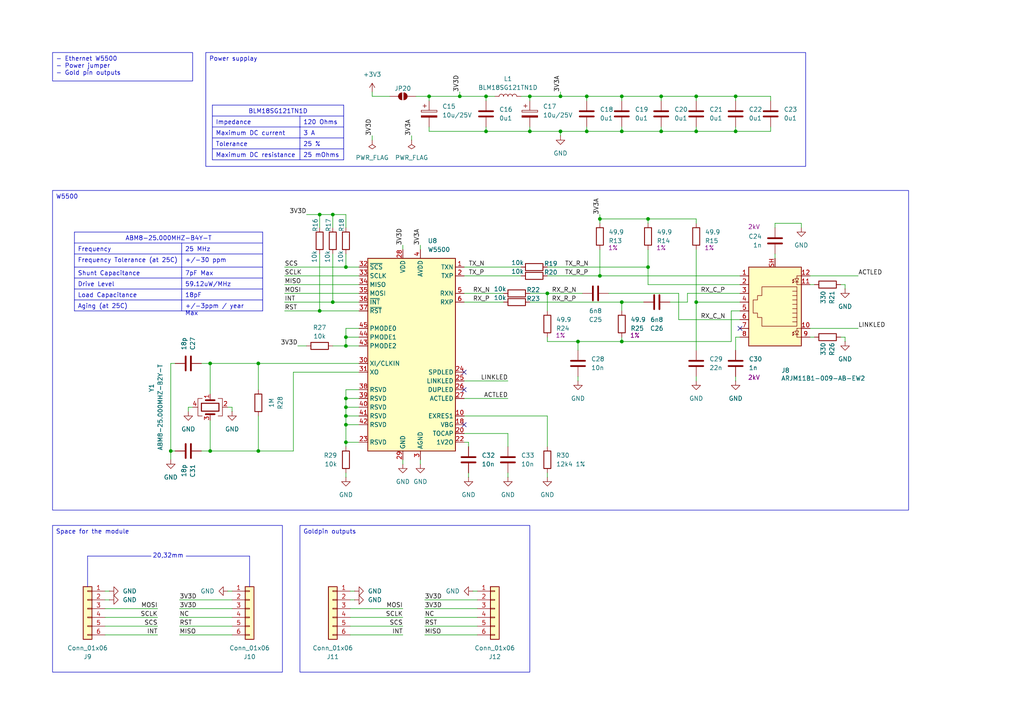
<source format=kicad_sch>
(kicad_sch (version 20250114) (generator "eeschema") (generator_version "9.0")
  (paper "A4")
  (title_block (title "Ethernet") (date "2026-01-16") (rev "0.0.2") (company "KN NaMi"))
  (lib_symbols
    (symbol "Connector:RJ45_LED_Shielded" (pin_names (offset 1.016))
      (property "Reference" "J" (at -5.08 13.97 0))
      (property "Value" "RJ45_LED_Shielded" (at 1.27 13.97 0))
      (symbol "RJ45_LED_Shielded_1_1"
        (pin passive line (at -10.16 10.16 0) (length 2.54) (name "~") (number "9"))
        (pin passive line (at -10.16 7.62 0) (length 2.54) (name "~") (number "10"))
        (pin passive line (at -10.16 -5.08 0) (length 2.54) (name "~") (number "11"))
        (pin passive line (at -10.16 -7.62 0) (length 2.54) (name "~") (number "12"))
        (pin passive line (at 0 -12.7 90) (length 2.54) (name "~") (number "SH"))
        (pin passive line (at 10.16 10.16 180) (length 2.54) (name "~") (number "8"))
        (pin passive line (at 10.16 7.62 180) (length 2.54) (name "~") (number "7"))
        (pin passive line (at 10.16 5.08 180) (length 2.54) (name "~") (number "6"))
        (pin passive line (at 10.16 2.54 180) (length 2.54) (name "~") (number "5"))
        (pin passive line (at 10.16 0 180) (length 2.54) (name "~") (number "4"))
        (pin passive line (at 10.16 -2.54 180) (length 2.54) (name "~") (number "3"))
        (pin passive line (at 10.16 -5.08 180) (length 2.54) (name "~") (number "2"))
        (pin passive line (at 10.16 -7.62 180) (length 2.54) (name "~") (number "1"))
      )
    )
    (symbol "Connector_Generic:Conn_01x06" (pin_names (offset 1.016) (hide yes))
      (property "Reference" "J" (at 0 7.62 0))
      (property "Value" "Conn_01x06" (at 0 -10.16 0))
      (symbol "Conn_01x06_1_1"
        (pin passive line (at -5.08 5.08 0) (length 3.81) (name "Pin_1") (number "1"))
        (pin passive line (at -5.08 2.54 0) (length 3.81) (name "Pin_2") (number "2"))
        (pin passive line (at -5.08 0 0) (length 3.81) (name "Pin_3") (number "3"))
        (pin passive line (at -5.08 -2.54 0) (length 3.81) (name "Pin_4") (number "4"))
        (pin passive line (at -5.08 -5.08 0) (length 3.81) (name "Pin_5") (number "5"))
        (pin passive line (at -5.08 -7.62 0) (length 3.81) (name "Pin_6") (number "6"))
      )
    )
    (symbol "Device:C" (pin_numbers (hide yes)) (pin_names (offset 0.254))
      (property "Reference" "C" (at 0.635 2.54 0))
      (property "Value" "C" (at 0.635 -2.54 0))
      (symbol "C_1_1"
        (pin passive line (at 0 3.81 270) (length 2.794) (name "~") (number "1"))
        (pin passive line (at 0 -3.81 90) (length 2.794) (name "~") (number "2"))
      )
    )
    (symbol "Device:C_Polarized" (pin_numbers (hide yes)) (pin_names (offset 0.254))
      (property "Reference" "C" (at 0.635 2.54 0))
      (property "Value" "C_Polarized" (at 0.635 -2.54 0))
      (symbol "C_Polarized_1_1"
        (pin passive line (at 0 3.81 270) (length 2.794) (name "~") (number "1"))
        (pin passive line (at 0 -3.81 90) (length 2.794) (name "~") (number "2"))
      )
    )
    (symbol "Device:Crystal_GND24" (pin_names (offset 1.016) (hide yes))
      (property "Reference" "Y" (at 3.175 5.08 0))
      (property "Value" "Crystal_GND24" (at 3.175 3.175 0))
      (symbol "Crystal_GND24_1_1"
        (pin passive line (at -3.81 0 0) (length 1.27) (name "1") (number "1"))
        (pin passive line (at 0 5.08 270) (length 1.27) (name "2") (number "2"))
        (pin passive line (at 0 -5.08 90) (length 1.27) (name "4") (number "4"))
        (pin passive line (at 3.81 0 180) (length 1.27) (name "3") (number "3"))
      )
    )
    (symbol "Device:L" (pin_numbers (hide yes)) (pin_names (offset 1.016) (hide yes))
      (property "Reference" "L" (at -1.27 0 90))
      (property "Value" "L" (at 1.905 0 90))
      (symbol "L_1_1"
        (pin passive line (at 0 3.81 270) (length 1.27) (name "1") (number "1"))
        (pin passive line (at 0 -3.81 90) (length 1.27) (name "2") (number "2"))
      )
    )
    (symbol "Device:R" (pin_numbers (hide yes)) (pin_names (offset 0))
      (property "Reference" "R" (at 2.032 0 90))
      (property "Value" "R" (at 0 0 90))
      (symbol "R_1_1"
        (pin passive line (at 0 3.81 270) (length 1.27) (name "~") (number "1"))
        (pin passive line (at 0 -3.81 90) (length 1.27) (name "~") (number "2"))
      )
    )
    (symbol "Interface_Ethernet:W5500"
      (property "Reference" "U" (at -11.43 29.21 0))
      (property "Value" "W5500" (at 8.89 29.21 0))
      (symbol "W5500_1_1"
        (pin input line (at -15.24 25.4 0) (length 2.54) (name "~{SCS}") (number "32"))
        (pin input line (at -15.24 22.86 0) (length 2.54) (name "SCLK") (number "33"))
        (pin output line (at -15.24 20.32 0) (length 2.54) (name "MISO") (number "34"))
        (pin input line (at -15.24 17.78 0) (length 2.54) (name "MOSI") (number "35"))
        (pin input line (at -15.24 15.24 0) (length 2.54) (name "~{INT}") (number "36"))
        (pin input line (at -15.24 12.7 0) (length 2.54) (name "~{RST}") (number "37"))
        (pin input line (at -15.24 7.62 0) (length 2.54) (name "PMODE0") (number "45"))
        (pin input line (at -15.24 5.08 0) (length 2.54) (name "PMODE1") (number "44"))
        (pin input line (at -15.24 2.54 0) (length 2.54) (name "PMODE2") (number "43"))
        (pin input line (at -15.24 -2.54 0) (length 2.54) (name "XI/CLKIN") (number "30"))
        (pin output line (at -15.24 -5.08 0) (length 2.54) (name "XO") (number "31"))
        (pin input line (at -15.24 -10.16 0) (length 2.54) (name "RSVD") (number "38"))
        (pin input line (at -15.24 -12.7 0) (length 2.54) (name "RSVD") (number "39"))
        (pin input line (at -15.24 -15.24 0) (length 2.54) (name "RSVD") (number "40"))
        (pin input line (at -15.24 -17.78 0) (length 2.54) (name "RSVD") (number "41"))
        (pin input line (at -15.24 -20.32 0) (length 2.54) (name "RSVD") (number "42"))
        (pin input line (at -15.24 -25.4 0) (length 2.54) (name "RSVD") (number "23"))
        (pin power_in line (at -2.54 30.48 270) (length 2.54) (name "VDD") (number "28"))
        (pin power_in line (at -2.54 -30.48 90) (length 2.54) (name "GND") (number "29"))
        (pin passive line (at 2.54 30.48 270) (length 2.54) (hide yes) (name "AVDD") (number "11"))
        (pin passive line (at 2.54 30.48 270) (length 2.54) (hide yes) (name "AVDD") (number "15"))
        (pin passive line (at 2.54 30.48 270) (length 2.54) (hide yes) (name "AVDD") (number "17"))
        (pin passive line (at 2.54 30.48 270) (length 2.54) (hide yes) (name "AVDD") (number "21"))
        (pin power_in line (at 2.54 30.48 270) (length 2.54) (name "AVDD") (number "4"))
        (pin passive line (at 2.54 30.48 270) (length 2.54) (hide yes) (name "AVDD") (number "8"))
        (pin passive line (at 2.54 -30.48 90) (length 2.54) (hide yes) (name "AGND") (number "14"))
        (pin passive line (at 2.54 -30.48 90) (length 2.54) (hide yes) (name "AGND") (number "16"))
        (pin passive line (at 2.54 -30.48 90) (length 2.54) (hide yes) (name "AGND") (number "19"))
        (pin power_in line (at 2.54 -30.48 90) (length 2.54) (name "AGND") (number "3"))
        (pin passive line (at 2.54 -30.48 90) (length 2.54) (hide yes) (name "AGND") (number "48"))
        (pin passive line (at 2.54 -30.48 90) (length 2.54) (hide yes) (name "AGND") (number "9"))
        (pin no_connect line (at 12.7 10.16 180) (length 2.54) (hide yes) (name "DNC") (number "7"))
        (pin no_connect line (at 12.7 7.62 180) (length 2.54) (hide yes) (name "NC") (number "12"))
        (pin no_connect line (at 12.7 5.08 180) (length 2.54) (hide yes) (name "NC") (number "13"))
        (pin no_connect line (at 12.7 2.54 180) (length 2.54) (hide yes) (name "NC") (number "46"))
        (pin no_connect line (at 12.7 0 180) (length 2.54) (hide yes) (name "NC") (number "47"))
        (pin output line (at 15.24 25.4 180) (length 2.54) (name "TXN") (number "1"))
        (pin output line (at 15.24 22.86 180) (length 2.54) (name "TXP") (number "2"))
        (pin input line (at 15.24 17.78 180) (length 2.54) (name "RXN") (number "5"))
        (pin input line (at 15.24 15.24 180) (length 2.54) (name "RXP") (number "6"))
        (pin output line (at 15.24 -5.08 180) (length 2.54) (name "SPDLED") (number "24"))
        (pin output line (at 15.24 -7.62 180) (length 2.54) (name "LINKLED") (number "25"))
        (pin output line (at 15.24 -10.16 180) (length 2.54) (name "DUPLED") (number "26"))
        (pin output line (at 15.24 -12.7 180) (length 2.54) (name "ACTLED") (number "27"))
        (pin passive line (at 15.24 -17.78 180) (length 2.54) (name "EXRES1") (number "10"))
        (pin passive line (at 15.24 -20.32 180) (length 2.54) (name "VBG") (number "18"))
        (pin passive line (at 15.24 -22.86 180) (length 2.54) (name "TOCAP") (number "20"))
        (pin output line (at 15.24 -25.4 180) (length 2.54) (name "1V2O") (number "22"))
      )
    )
    (symbol "Jumper:SolderJumper_2_Open" (pin_numbers (hide yes)) (pin_names (offset 0) (hide yes)) (in_bom no)
      (property "Reference" "JP" (at 0 2.032 0))
      (property "Value" "SolderJumper_2_Open" (at 0 -2.54 0))
      (symbol "SolderJumper_2_Open_1_1"
        (pin passive line (at -3.81 0 0) (length 2.54) (name "A") (number "1"))
        (pin passive line (at 3.81 0 180) (length 2.54) (name "B") (number "2"))
      )
    )
    (symbol "power:+3V3" (power) (pin_numbers (hide yes)) (pin_names (offset 0) (hide yes))
      (property "Value" "+3V3" (at 0 3.556 0))
      (symbol "+3V3_1_1"
        (pin power_in line (at 0 0 90) (length 0) (name "~") (number "1"))
      )
    )
    (symbol "power:GND" (power) (pin_numbers (hide yes)) (pin_names (offset 0) (hide yes))
      (property "Value" "GND" (at 0 -3.81 0))
      (symbol "GND_1_1"
        (pin power_in line (at 0 0 270) (length 0) (name "~") (number "1"))
      )
    )
    (symbol "power:PWR_FLAG" (power) (pin_numbers (hide yes)) (pin_names (offset 0) (hide yes))
      (property "Value" "PWR_FLAG" (at 0 3.81 0))
      (symbol "PWR_FLAG_0_0"
        (pin power_out line (at 0 0 90) (length 0) (name "~") (number "1"))
      )
    )
  )
  (text "20,32mm" (at 48.768 161.29 0) (effects (font (size 1.27 1.27))))
  (text_box "Space for the module" (at 15.24 152.4 0) (size 66.675 42.545) (margins 0.9525 0.9525 0.9525 0.9525) (effects (font (size 1.27 1.27)) (justify left top)))
  (text_box "- Ethernet W5500\n- Power jumper\n- Gold pin outputs" (at 15.24 15.24 0) (size 40.64 8.255) (margins 0.9525 0.9525 0.9525 0.9525) (effects (font (size 1.27 1.27)) (justify left top)))
  (text_box "Goldpin outputs" (at 86.995 152.4 0) (size 66.675 42.545) (margins 0.9525 0.9525 0.9525 0.9525) (effects (font (size 1.27 1.27)) (justify left top)))
  (text_box "Power supplay" (at 59.69 15.24 0) (size 173.99 33.02) (margins 0.9525 0.9525 0.9525 0.9525) (effects (font (size 1.27 1.27)) (justify left top)))
  (text_box "W5500" (at 15.24 55.245 0) (size 248.285 92.71) (margins 0.9525 0.9525 0.9525 0.9525) (effects (font (size 1.27 1.27)) (justify left top)))
  (junction (at 49.53 130.81))
  (junction (at 100.33 118.11))
  (junction (at 74.93 105.41))
  (junction (at 201.93 87.63))
  (junction (at 187.96 63.5))
  (junction (at 213.36 38.1))
  (junction (at 201.93 38.1))
  (junction (at 92.71 62.23))
  (junction (at 170.18 38.1))
  (junction (at 170.18 27.94))
  (junction (at 173.99 63.5))
  (junction (at 100.33 100.33))
  (junction (at 100.33 97.79))
  (junction (at 180.34 38.1))
  (junction (at 96.52 62.23))
  (junction (at 201.93 27.94))
  (junction (at 153.67 38.1))
  (junction (at 180.34 99.06))
  (junction (at 180.34 87.63))
  (junction (at 60.96 105.41))
  (junction (at 100.33 120.65))
  (junction (at 92.71 90.17))
  (junction (at 133.35 27.94))
  (junction (at 173.99 80.01))
  (junction (at 100.33 128.27))
  (junction (at 162.56 27.94))
  (junction (at 60.96 130.81))
  (junction (at 124.46 27.94))
  (junction (at 140.97 27.94))
  (junction (at 162.56 38.1))
  (junction (at 187.96 77.47))
  (junction (at 191.77 27.94))
  (junction (at 191.77 38.1))
  (junction (at 74.93 130.81))
  (junction (at 100.33 123.19))
  (junction (at 158.75 85.09))
  (junction (at 180.34 27.94))
  (junction (at 213.36 27.94))
  (junction (at 100.33 115.57))
  (junction (at 167.64 99.06))
  (junction (at 100.33 77.47))
  (junction (at 153.67 27.94))
  (junction (at 96.52 87.63))
  (junction (at 140.97 38.1))
  (no_connect (at 134.62 123.19))
  (no_connect (at 214.63 95.25))
  (no_connect (at 134.62 113.03))
  (no_connect (at 134.62 107.95))
  (wire (pts (xy 180.34 36.83) (xy 180.34 38.1)))
  (wire (pts (xy 116.84 176.53) (xy 101.6 176.53)))
  (wire (pts (xy 180.34 99.06) (xy 180.34 97.79)))
  (wire (pts (xy 60.96 105.41) (xy 74.93 105.41)))
  (wire (pts (xy 74.93 120.65) (xy 74.93 130.81)))
  (wire (pts (xy 123.19 173.99) (xy 138.43 173.99)))
  (wire (pts (xy 100.33 118.11) (xy 104.14 118.11)))
  (wire (pts (xy 100.33 115.57) (xy 104.14 115.57)))
  (wire (pts (xy 224.79 64.77) (xy 224.79 66.04)))
  (wire (pts (xy 158.75 97.79) (xy 158.75 99.06)))
  (wire (pts (xy 52.07 176.53) (xy 67.31 176.53)))
  (wire (pts (xy 123.19 176.53) (xy 138.43 176.53)))
  (wire (pts (xy 102.87 171.45) (xy 101.6 171.45)))
  (wire (pts (xy 96.52 73.66) (xy 96.52 87.63)))
  (wire (pts (xy 100.33 128.27) (xy 100.33 129.54)))
  (wire (pts (xy 176.53 85.09) (xy 196.85 85.09)))
  (wire (pts (xy 116.84 179.07) (xy 101.6 179.07)))
  (wire (pts (xy 100.33 73.66) (xy 100.33 77.47)))
  (wire (pts (xy 162.56 27.94) (xy 170.18 27.94)))
  (wire (pts (xy 58.42 130.81) (xy 60.96 130.81)))
  (wire (pts (xy 74.93 105.41) (xy 74.93 113.03)))
  (wire (pts (xy 158.75 137.16) (xy 158.75 138.43)))
  (wire (pts (xy 92.71 62.23) (xy 96.52 62.23)))
  (wire (pts (xy 100.33 123.19) (xy 100.33 128.27)))
  (wire (pts (xy 170.18 36.83) (xy 170.18 38.1)))
  (wire (pts (xy 96.52 87.63) (xy 104.14 87.63)))
  (wire (pts (xy 158.75 129.54) (xy 158.75 120.65)))
  (wire (pts (xy 82.55 85.09) (xy 104.14 85.09)))
  (wire (pts (xy 52.07 173.99) (xy 67.31 173.99)))
  (wire (pts (xy 151.13 27.94) (xy 153.67 27.94)))
  (wire (pts (xy 116.84 134.62) (xy 116.84 133.35)))
  (wire (pts (xy 180.34 87.63) (xy 180.34 90.17)))
  (wire (pts (xy 180.34 27.94) (xy 180.34 29.21)))
  (wire (pts (xy 133.35 26.67) (xy 133.35 27.94)))
  (wire (pts (xy 245.11 99.06) (xy 245.11 97.79)))
  (wire (pts (xy 153.67 38.1) (xy 162.56 38.1)))
  (wire (pts (xy 201.93 109.22) (xy 201.93 110.49)))
  (wire (pts (xy 213.36 27.94) (xy 213.36 29.21)))
  (wire (pts (xy 191.77 38.1) (xy 201.93 38.1)))
  (wire (pts (xy 224.79 73.66) (xy 224.79 74.93)))
  (wire (pts (xy 213.36 27.94) (xy 223.52 27.94)))
  (wire (pts (xy 173.99 63.5) (xy 187.96 63.5)))
  (wire (pts (xy 102.87 173.99) (xy 101.6 173.99)))
  (wire (pts (xy 100.33 115.57) (xy 100.33 118.11)))
  (wire (pts (xy 45.72 184.15) (xy 30.48 184.15)))
  (wire (pts (xy 54.61 119.38) (xy 54.61 118.11)))
  (wire (pts (xy 213.36 97.79) (xy 214.63 97.79)))
  (wire (pts (xy 234.95 95.25) (xy 248.92 95.25)))
  (wire (pts (xy 54.61 118.11) (xy 55.88 118.11)))
  (wire (pts (xy 134.62 77.47) (xy 151.13 77.47)))
  (wire (pts (xy 60.96 121.92) (xy 60.96 130.81)))
  (wire (pts (xy 201.93 36.83) (xy 201.93 38.1)))
  (wire (pts (xy 124.46 38.1) (xy 140.97 38.1)))
  (wire (pts (xy 191.77 27.94) (xy 191.77 29.21)))
  (wire (pts (xy 173.99 80.01) (xy 214.63 80.01)))
  (wire (pts (xy 135.89 129.54) (xy 135.89 128.27)))
  (wire (pts (xy 52.07 179.07) (xy 67.31 179.07)))
  (wire (pts (xy 180.34 99.06) (xy 212.09 99.06)))
  (wire (pts (xy 153.67 27.94) (xy 162.56 27.94)))
  (wire (pts (xy 121.92 71.12) (xy 121.92 72.39)))
  (wire (pts (xy 199.39 85.09) (xy 214.63 85.09)))
  (wire (pts (xy 104.14 95.25) (xy 100.33 95.25)))
  (wire (pts (xy 107.95 39.37) (xy 107.95 40.64)))
  (wire (pts (xy 196.85 85.09) (xy 196.85 92.71)))
  (wire (pts (xy 201.93 72.39) (xy 201.93 87.63)))
  (wire (pts (xy 187.96 82.55) (xy 214.63 82.55)))
  (wire (pts (xy 158.75 99.06) (xy 167.64 99.06)))
  (wire (pts (xy 140.97 36.83) (xy 140.97 38.1)))
  (wire (pts (xy 86.36 100.33) (xy 88.9 100.33)))
  (wire (pts (xy 124.46 27.94) (xy 124.46 29.21)))
  (wire (pts (xy 223.52 36.83) (xy 223.52 38.1)))
  (wire (pts (xy 173.99 63.5) (xy 173.99 64.77)))
  (wire (pts (xy 58.42 105.41) (xy 60.96 105.41)))
  (wire (pts (xy 52.07 181.61) (xy 67.31 181.61)))
  (wire (pts (xy 60.96 105.41) (xy 60.96 114.3)))
  (wire (pts (xy 88.9 62.23) (xy 92.71 62.23)))
  (wire (pts (xy 49.53 105.41) (xy 50.8 105.41)))
  (wire (pts (xy 187.96 77.47) (xy 187.96 82.55)))
  (wire (pts (xy 60.96 130.81) (xy 74.93 130.81)))
  (wire (pts (xy 187.96 63.5) (xy 187.96 64.77)))
  (wire (pts (xy 201.93 63.5) (xy 201.93 64.77)))
  (wire (pts (xy 100.33 118.11) (xy 100.33 120.65)))
  (wire (pts (xy 213.36 101.6) (xy 213.36 97.79)))
  (wire (pts (xy 214.63 90.17) (xy 212.09 90.17)))
  (wire (pts (xy 140.97 38.1) (xy 153.67 38.1)))
  (wire (pts (xy 116.84 71.12) (xy 116.84 72.39)))
  (wire (pts (xy 212.09 90.17) (xy 212.09 99.06)))
  (wire (pts (xy 201.93 27.94) (xy 213.36 27.94)))
  (wire (pts (xy 31.75 171.45) (xy 30.48 171.45)))
  (wire (pts (xy 96.52 100.33) (xy 100.33 100.33)))
  (wire (pts (xy 243.84 97.79) (xy 245.11 97.79)))
  (wire (pts (xy 123.19 179.07) (xy 138.43 179.07)))
  (wire (pts (xy 170.18 38.1) (xy 180.34 38.1)))
  (wire (pts (xy 199.39 87.63) (xy 199.39 85.09)))
  (wire (pts (xy 123.19 181.61) (xy 138.43 181.61)))
  (wire (pts (xy 119.38 39.37) (xy 119.38 40.64)))
  (wire (pts (xy 100.33 113.03) (xy 100.33 115.57)))
  (wire (pts (xy 153.67 85.09) (xy 158.75 85.09)))
  (wire (pts (xy 85.09 130.81) (xy 74.93 130.81)))
  (wire (pts (xy 100.33 97.79) (xy 100.33 100.33)))
  (wire (pts (xy 92.71 73.66) (xy 92.71 90.17)))
  (wire (pts (xy 162.56 39.37) (xy 162.56 38.1)))
  (wire (pts (xy 31.75 173.99) (xy 30.48 173.99)))
  (wire (pts (xy 180.34 38.1) (xy 191.77 38.1)))
  (wire (pts (xy 153.67 36.83) (xy 153.67 38.1)))
  (wire (pts (xy 162.56 26.67) (xy 162.56 27.94)))
  (polyline (pts (xy 72.39 161.29) (xy 72.39 170.18)))
  (wire (pts (xy 116.84 181.61) (xy 101.6 181.61)))
  (wire (pts (xy 194.31 87.63) (xy 199.39 87.63)))
  (wire (pts (xy 100.33 123.19) (xy 104.14 123.19)))
  (wire (pts (xy 82.55 77.47) (xy 100.33 77.47)))
  (wire (pts (xy 196.85 92.71) (xy 214.63 92.71)))
  (wire (pts (xy 82.55 90.17) (xy 92.71 90.17)))
  (wire (pts (xy 173.99 62.23) (xy 173.99 63.5)))
  (wire (pts (xy 170.18 27.94) (xy 170.18 29.21)))
  (wire (pts (xy 45.72 181.61) (xy 30.48 181.61)))
  (wire (pts (xy 153.67 27.94) (xy 153.67 29.21)))
  (wire (pts (xy 100.33 97.79) (xy 104.14 97.79)))
  (wire (pts (xy 180.34 87.63) (xy 186.69 87.63)))
  (wire (pts (xy 135.89 128.27) (xy 134.62 128.27)))
  (wire (pts (xy 96.52 62.23) (xy 100.33 62.23)))
  (wire (pts (xy 82.55 87.63) (xy 96.52 87.63)))
  (wire (pts (xy 49.53 105.41) (xy 49.53 130.81)))
  (wire (pts (xy 85.09 107.95) (xy 85.09 130.81)))
  (wire (pts (xy 167.64 109.22) (xy 167.64 110.49)))
  (wire (pts (xy 213.36 36.83) (xy 213.36 38.1)))
  (wire (pts (xy 67.31 119.38) (xy 67.31 118.11)))
  (wire (pts (xy 147.32 137.16) (xy 147.32 138.43)))
  (wire (pts (xy 167.64 99.06) (xy 167.64 101.6)))
  (wire (pts (xy 158.75 80.01) (xy 173.99 80.01)))
  (wire (pts (xy 232.41 64.77) (xy 224.79 64.77)))
  (wire (pts (xy 134.62 110.49) (xy 147.32 110.49)))
  (wire (pts (xy 234.95 97.79) (xy 236.22 97.79)))
  (wire (pts (xy 167.64 99.06) (xy 180.34 99.06)))
  (wire (pts (xy 100.33 95.25) (xy 100.33 97.79)))
  (wire (pts (xy 96.52 62.23) (xy 96.52 66.04)))
  (wire (pts (xy 140.97 27.94) (xy 140.97 29.21)))
  (polyline (pts (xy 53.975 161.29) (xy 72.39 161.29)))
  (wire (pts (xy 104.14 107.95) (xy 85.09 107.95)))
  (wire (pts (xy 158.75 85.09) (xy 168.91 85.09)))
  (wire (pts (xy 162.56 38.1) (xy 170.18 38.1)))
  (wire (pts (xy 201.93 38.1) (xy 213.36 38.1)))
  (wire (pts (xy 107.95 27.94) (xy 113.03 27.94)))
  (wire (pts (xy 147.32 125.73) (xy 134.62 125.73)))
  (wire (pts (xy 49.53 133.35) (xy 49.53 130.81)))
  (wire (pts (xy 137.16 171.45) (xy 138.43 171.45)))
  (wire (pts (xy 123.19 184.15) (xy 138.43 184.15)))
  (wire (pts (xy 158.75 77.47) (xy 187.96 77.47)))
  (wire (pts (xy 100.33 100.33) (xy 104.14 100.33)))
  (wire (pts (xy 134.62 87.63) (xy 146.05 87.63)))
  (wire (pts (xy 100.33 120.65) (xy 100.33 123.19)))
  (wire (pts (xy 116.84 184.15) (xy 101.6 184.15)))
  (wire (pts (xy 124.46 27.94) (xy 133.35 27.94)))
  (wire (pts (xy 66.04 171.45) (xy 67.31 171.45)))
  (wire (pts (xy 120.65 27.94) (xy 124.46 27.94)))
  (wire (pts (xy 92.71 90.17) (xy 104.14 90.17)))
  (wire (pts (xy 232.41 66.04) (xy 232.41 64.77)))
  (wire (pts (xy 74.93 105.41) (xy 104.14 105.41)))
  (wire (pts (xy 173.99 72.39) (xy 173.99 80.01)))
  (wire (pts (xy 201.93 87.63) (xy 214.63 87.63)))
  (wire (pts (xy 187.96 72.39) (xy 187.96 77.47)))
  (polyline (pts (xy 25.4 161.29) (xy 25.4 170.18)))
  (wire (pts (xy 170.18 27.94) (xy 180.34 27.94)))
  (polyline (pts (xy 43.815 161.29) (xy 25.4 161.29)))
  (wire (pts (xy 100.33 77.47) (xy 104.14 77.47)))
  (wire (pts (xy 135.89 137.16) (xy 135.89 138.43)))
  (wire (pts (xy 191.77 27.94) (xy 201.93 27.94)))
  (wire (pts (xy 234.95 82.55) (xy 236.22 82.55)))
  (wire (pts (xy 201.93 87.63) (xy 201.93 101.6)))
  (wire (pts (xy 121.92 134.62) (xy 121.92 133.35)))
  (wire (pts (xy 158.75 85.09) (xy 158.75 90.17)))
  (wire (pts (xy 67.31 118.11) (xy 66.04 118.11)))
  (wire (pts (xy 92.71 62.23) (xy 92.71 66.04)))
  (wire (pts (xy 245.11 82.55) (xy 243.84 82.55)))
  (wire (pts (xy 82.55 82.55) (xy 104.14 82.55)))
  (wire (pts (xy 147.32 129.54) (xy 147.32 125.73)))
  (wire (pts (xy 134.62 115.57) (xy 147.32 115.57)))
  (wire (pts (xy 100.33 138.43) (xy 100.33 137.16)))
  (wire (pts (xy 234.95 80.01) (xy 248.92 80.01)))
  (wire (pts (xy 82.55 80.01) (xy 104.14 80.01)))
  (wire (pts (xy 124.46 36.83) (xy 124.46 38.1)))
  (wire (pts (xy 133.35 27.94) (xy 140.97 27.94)))
  (wire (pts (xy 213.36 38.1) (xy 223.52 38.1)))
  (wire (pts (xy 223.52 27.94) (xy 223.52 29.21)))
  (wire (pts (xy 187.96 63.5) (xy 201.93 63.5)))
  (wire (pts (xy 153.67 87.63) (xy 180.34 87.63)))
  (wire (pts (xy 100.33 128.27) (xy 104.14 128.27)))
  (wire (pts (xy 100.33 113.03) (xy 104.14 113.03)))
  (wire (pts (xy 52.07 184.15) (xy 67.31 184.15)))
  (wire (pts (xy 158.75 120.65) (xy 134.62 120.65)))
  (wire (pts (xy 45.72 179.07) (xy 30.48 179.07)))
  (wire (pts (xy 213.36 110.49) (xy 213.36 109.22)))
  (wire (pts (xy 140.97 27.94) (xy 143.51 27.94)))
  (wire (pts (xy 134.62 85.09) (xy 146.05 85.09)))
  (wire (pts (xy 134.62 80.01) (xy 151.13 80.01)))
  (wire (pts (xy 100.33 62.23) (xy 100.33 66.04)))
  (wire (pts (xy 180.34 27.94) (xy 191.77 27.94)))
  (wire (pts (xy 45.72 176.53) (xy 30.48 176.53)))
  (wire (pts (xy 49.53 130.81) (xy 50.8 130.81)))
  (wire (pts (xy 191.77 36.83) (xy 191.77 38.1)))
  (wire (pts (xy 245.11 83.82) (xy 245.11 82.55)))
  (wire (pts (xy 100.33 120.65) (xy 104.14 120.65)))
  (wire (pts (xy 201.93 27.94) (xy 201.93 29.21)))
  (wire (pts (xy 107.95 27.94) (xy 107.95 26.67)))
  (table (column_count 2) (border (external yes) (header yes)) (separators (rows yes) (cols yes)) (column_widths 25.4 12.7) (row_heights 3.175 3.175 3.175 3.175 3.175) (cells (table_cell "BLM18SG121TN1D" (at 61.595 30.48 0) (size 38.1 3.175) (margins 0.9525 0.9525 0.9525 0.9525) (span 2 1)) (table_cell "rgb(240, 240, 240)" (at 86.995 30.48 0) (size 12.7 3.175) (margins 0.9525 0.9525 0.9525 0.9525) (span 0 0)) (table_cell "Impedance" (at 61.595 33.655 0) (size 25.4 3.175) (margins 0.9525 0.9525 0.9525 0.9525) (span 1 1)) (table_cell "120 Ohms" (at 86.995 33.655 0) (size 12.7 3.175) (margins 0.9525 0.9525 0.9525 0.9525) (span 1 1)) (table_cell "Maximum DC current" (at 61.595 36.83 0) (size 25.4 3.175) (margins 0.9525 0.9525 0.9525 0.9525) (span 1 1)) (table_cell "3 A" (at 86.995 36.83 0) (size 12.7 3.175) (margins 0.9525 0.9525 0.9525 0.9525) (span 1 1)) (table_cell "Tolerance" (at 61.595 40.005 0) (size 25.4 3.175) (margins 0.9525 0.9525 0.9525 0.9525) (span 1 1)) (table_cell "25 %" (at 86.995 40.005 0) (size 12.7 3.175) (margins 0.9525 0.9525 0.9525 0.9525) (span 1 1)) (table_cell "Maximum DC resistance" (at 61.595 43.18 0) (size 25.4 3.175) (margins 0.9525 0.9525 0.9525 0.9525) (span 1 1)) (table_cell "25 mOhms" (at 86.995 43.18 0) (size 12.7 3.175) (margins 0.9525 0.9525 0.9525 0.9525) (span 1 1))))
  (table (column_count 2) (border (external yes) (header yes)) (separators (rows yes) (cols yes)) (column_widths 31.115 23.495) (row_heights 3.175 3.175 3.81 3.175 3.175 3.175 3.175) (cells (table_cell "ABM8-25.000MHZ-B4Y-T" (at 21.59 67.31 0) (size 54.61 3.175) (margins 0.9525 0.9525 0.9525 0.9525) (span 2 1)) (table_cell "rgb(240, 240, 240)" (at 52.705 67.31 0) (size 23.495 3.175) (margins 0.9525 0.9525 0.9525 0.9525) (span 0 0)) (table_cell "Frequency" (at 21.59 70.485 0) (size 31.115 3.175) (margins 0.9525 0.9525 0.9525 0.9525) (span 1 1)) (table_cell "25 MHz" (at 52.705 70.485 0) (size 23.495 3.175) (margins 0.9525 0.9525 0.9525 0.9525) (span 1 1)) (table_cell "Frequency Tolerance (at 25C) " (at 21.59 73.66 0) (size 31.115 3.81) (margins 0.9525 0.9525 0.9525 0.9525) (span 1 1)) (table_cell "+/-30 ppm" (at 52.705 73.66 0) (size 23.495 3.81) (margins 0.9525 0.9525 0.9525 0.9525) (span 1 1)) (table_cell "Shunt Capacitance" (at 21.59 77.47 0) (size 31.115 3.175) (margins 0.9525 0.9525 0.9525 0.9525) (span 1 1)) (table_cell "7pF Max" (at 52.705 77.47 0) (size 23.495 3.175) (margins 0.9525 0.9525 0.9525 0.9525) (span 1 1)) (table_cell "Drive Level " (at 21.59 80.645 0) (size 31.115 3.175) (margins 0.9525 0.9525 0.9525 0.9525) (span 1 1)) (table_cell "59.12uW/MHz" (at 52.705 80.645 0) (size 23.495 3.175) (margins 0.9525 0.9525 0.9525 0.9525) (span 1 1)) (table_cell "Load Capacitance" (at 21.59 83.82 0) (size 31.115 3.175) (margins 0.9525 0.9525 0.9525 0.9525) (span 1 1)) (table_cell "18pF" (at 52.705 83.82 0) (size 23.495 3.175) (margins 0.9525 0.9525 0.9525 0.9525) (span 1 1)) (table_cell "Aging (at 25C) " (at 21.59 86.995 0) (size 31.115 3.175) (margins 0.9525 0.9525 0.9525 0.9525) (span 1 1)) (table_cell "+/-3ppm / year Max\n" (at 52.705 86.995 0) (size 23.495 3.175) (margins 0.9525 0.9525 0.9525 0.9525) (span 1 1))))
  (label "RX_R_P" (at 160.02 87.63 0))
  (label "TX_P" (at 135.89 80.01 0))
  (label "LINKLED" (at 248.92 95.25 0))
  (label "ACTLED" (at 248.92 80.01 0))
  (label "INT" (at 45.72 184.15 180))
  (label "3V3D" (at 133.35 26.67 90))
  (label "3V3D" (at 123.19 173.99 0))
  (label "SCS" (at 116.84 181.61 180))
  (label "SCS" (at 45.72 181.61 180))
  (label "INT" (at 116.84 184.15 180))
  (label "SCLK" (at 82.55 80.01 0))
  (label "RST" (at 123.19 181.61 0))
  (label "TX_N" (at 135.89 77.47 0))
  (label "TX_R_P" (at 163.83 80.01 0))
  (label "RX_P" (at 137.16 87.63 0))
  (label "3V3D" (at 52.07 173.99 0))
  (label "RX_C_P" (at 203.2 85.09 0))
  (label "RST" (at 82.55 90.17 0))
  (label "LINKLED" (at 147.32 110.49 180))
  (label "RST" (at 52.07 181.61 0))
  (label "3V3D" (at 52.07 176.53 0))
  (label "NC" (at 123.19 179.07 0))
  (label "3V3A" (at 173.99 62.23 90))
  (label "MISO" (at 52.07 184.15 0))
  (label "3V3D" (at 107.95 39.37 90))
  (label "NC" (at 52.07 179.07 0))
  (label "ACTLED" (at 147.32 115.57 180))
  (label "SCS" (at 82.55 77.47 0))
  (label "3V3D" (at 123.19 176.53 0))
  (label "3V3A" (at 162.56 26.67 90))
  (label "RX_N" (at 137.16 85.09 0))
  (label "TX_R_N" (at 163.83 77.47 0))
  (label "INT" (at 82.55 87.63 0))
  (label "RX_C_N" (at 203.2 92.71 0))
  (label "3V3D" (at 116.84 71.12 90))
  (label "MISO" (at 82.55 82.55 0))
  (label "MISO" (at 123.19 184.15 0))
  (label "3V3A" (at 119.38 39.37 90))
  (label "MOSI" (at 116.84 176.53 180))
  (label "3V3D" (at 86.36 100.33 180))
  (label "MOSI" (at 82.55 85.09 0))
  (label "3V3D" (at 88.9 62.23 180))
  (label "SCLK" (at 116.84 179.07 180))
  (label "SCLK" (at 45.72 179.07 180))
  (label "3V3A" (at 121.92 71.12 90))
  (label "RX_R_N" (at 160.02 85.09 0))
  (label "MOSI" (at 45.72 176.53 180))
  (symbol (lib_id "Device:C") (at 140.97 33.02 0) (unit 1)
    (property "Reference" "C16" (at 144.78 31.7499 0) (effects (justify left)))
    (property "Value" "0u1" (at 144.78 34.2899 0) (effects (justify left)))
    (property "Footprint" "Capacitor_SMD:C_0603_1608Metric_Pad1.08x0.95mm_HandSolder" (effects (hide yes)))
    (property "Description" "Unpolarized capacitor" (effects (hide yes)))
  )
  (symbol (lib_id "Device:R") (at 158.75 133.35 0) (unit 1)
    (property "Reference" "R30" (at 161.29 132.0799 0) (effects (justify left)))
    (property "Value" "12k4 1%" (at 161.29 134.6199 0) (effects (justify left)))
    (property "Footprint" "Resistor_SMD:R_0603_1608Metric_Pad0.98x0.95mm_HandSolder" (effects (hide yes)))
    (property "Description" "Resistor" (effects (hide yes)))
  )
  (symbol (lib_id "Device:C") (at 54.61 105.41 270) (mirror x) (unit 1)
    (property "Reference" "C27" (at 55.8801 101.6 0) (effects (justify left)))
    (property "Value" "18p" (at 53.3401 101.6 0) (effects (justify left)))
    (property "Footprint" "Capacitor_SMD:C_0603_1608Metric_Pad1.08x0.95mm_HandSolder" (effects (hide yes)))
    (property "Description" "Unpolarized capacitor" (effects (hide yes)))
  )
  (symbol (lib_id "Device:R") (at 100.33 133.35 0) (mirror y) (unit 1)
    (property "Reference" "R29" (at 97.79 132.0799 0) (effects (justify left)))
    (property "Value" "10k" (at 97.79 134.6199 0) (effects (justify left)))
    (property "Footprint" "Resistor_SMD:R_0603_1608Metric_Pad0.98x0.95mm_HandSolder" (effects (hide yes)))
    (property "Description" "Resistor" (effects (hide yes)))
  )
  (symbol (lib_id "Device:C") (at 224.79 69.85 0) (mirror y) (unit 1)
    (property "Reference" "C24" (at 220.98 68.5799 0) (effects (justify left)))
    (property "Value" "1n" (at 220.98 71.1199 0) (effects (justify left)))
    (property "Footprint" "Capacitor_SMD:C_0603_1608Metric_Pad1.08x0.95mm_HandSolder" (effects (hide yes)))
    (property "Description" "Unpolarized capacitor" (effects (hide yes)))
    (property "V" "2kV" (at 218.694 65.786 0))
  )
  (symbol (lib_id "power:GND") (at 245.11 99.06 0) (unit 1)
    (property "Reference" "#PWR074" (effects (hide yes)))
    (property "Value" "GND" (at 245.11 104.14 0))
    (property "Description" "Power symbol creates a global label with name \"GND\" , ground" (effects (hide yes)))
  )
  (symbol (lib_id "Device:C") (at 213.36 105.41 0) (unit 1)
    (property "Reference" "C30" (at 217.17 104.1399 0) (effects (justify left)))
    (property "Value" "1n" (at 217.17 106.6799 0) (effects (justify left)))
    (property "Footprint" "Capacitor_SMD:C_0603_1608Metric_Pad1.08x0.95mm_HandSolder" (effects (hide yes)))
    (property "Description" "Unpolarized capacitor" (effects (hide yes)))
    (property "V" "2kV" (at 218.694 109.474 0))
  )
  (symbol (lib_id "power:GND") (at 116.84 134.62 0) (unit 1)
    (property "Reference" "#PWR081" (effects (hide yes)))
    (property "Value" "GND" (at 116.84 139.7 0))
    (property "Description" "Power symbol creates a global label with name \"GND\" , ground" (effects (hide yes)))
  )
  (symbol (lib_id "Device:C") (at 190.5 87.63 90) (mirror x) (unit 1)
    (property "Reference" "C26" (at 190.5 95.25 90))
    (property "Value" "6n8" (at 190.5 92.71 90))
    (property "Footprint" "Capacitor_SMD:C_0603_1608Metric_Pad1.08x0.95mm_HandSolder" (effects (hide yes)))
    (property "Description" "Unpolarized capacitor" (effects (hide yes)))
  )
  (symbol (lib_id "power:GND") (at 245.11 83.82 0) (unit 1)
    (property "Reference" "#PWR0174" (effects (hide yes)))
    (property "Value" "GND" (at 245.11 88.9 0))
    (property "Description" "Power symbol creates a global label with name \"GND\" , ground" (effects (hide yes)))
  )
  (symbol (lib_id "Device:R") (at 240.03 97.79 90) (unit 1)
    (property "Reference" "R26" (at 241.3 99.314 0) (effects (justify right)))
    (property "Value" "330" (at 238.76 99.314 0) (effects (justify right)))
    (property "Footprint" "Resistor_SMD:R_0603_1608Metric_Pad0.98x0.95mm_HandSolder" (effects (hide yes)))
    (property "Description" "Resistor" (effects (hide yes)))
  )
  (symbol (lib_id "Device:C") (at 201.93 105.41 0) (unit 1)
    (property "Reference" "C29" (at 205.74 104.1399 0) (effects (justify left)))
    (property "Value" "22n" (at 205.74 106.6799 0) (effects (justify left)))
    (property "Footprint" "Capacitor_SMD:C_0603_1608Metric_Pad1.08x0.95mm_HandSolder" (effects (hide yes)))
    (property "Description" "Unpolarized capacitor" (effects (hide yes)))
  )
  (symbol (lib_id "power:GND") (at 54.61 119.38 0) (unit 1)
    (property "Reference" "#PWR078" (effects (hide yes)))
    (property "Value" "GND" (at 54.61 124.46 0))
    (property "Description" "Power symbol creates a global label with name \"GND\" , ground" (effects (hide yes)))
  )
  (symbol (lib_id "power:GND") (at 137.16 171.45 270) (unit 1)
    (property "Reference" "#PWR090" (effects (hide yes)))
    (property "Value" "GND" (at 133.35 171.4499 90) (effects (justify right)))
    (property "Description" "Power symbol creates a global label with name \"GND\" , ground" (effects (hide yes)))
  )
  (symbol (lib_id "power:+3V3") (at 107.95 26.67 0) (unit 1)
    (property "Reference" "#PWR071" (effects (hide yes)))
    (property "Value" "+3V3" (at 107.95 21.59 0))
    (property "Description" "Power symbol creates a global label with name \"+3V3\"" (effects (hide yes)))
  )
  (symbol (lib_id "Connector_Generic:Conn_01x06") (at 96.52 176.53 0) (mirror y) (unit 1)
    (property "Reference" "J11" (at 96.52 190.5 0))
    (property "Value" "Conn_01x06" (at 96.52 187.96 0))
    (property "Footprint" "Connector_PinHeader_2.54mm:PinHeader_1x06_P2.54mm_Vertical" (effects (hide yes)))
    (property "Description" "Generic connector, single row, 01x06, script generated (kicad-library-utils/schlib/autogen/connector/)" (effects (hide yes)))
  )
  (symbol (lib_id "power:GND") (at 201.93 110.49 0) (unit 1)
    (property "Reference" "#PWR076" (effects (hide yes)))
    (property "Value" "GND" (at 201.93 115.57 0))
    (property "Description" "Power symbol creates a global label with name \"GND\" , ground" (effects (hide yes)))
  )
  (symbol (lib_id "Connector_Generic:Conn_01x06") (at 25.4 176.53 0) (mirror y) (unit 1)
    (property "Reference" "J9" (at 25.4 190.5 0))
    (property "Value" "Conn_01x06" (at 25.4 187.96 0))
    (property "Footprint" "Connector_PinSocket_2.54mm:PinSocket_1x06_P2.54mm_Vertical" (effects (hide yes)))
    (property "Description" "Generic connector, single row, 01x06, script generated (kicad-library-utils/schlib/autogen/connector/)" (effects (hide yes)))
  )
  (symbol (lib_id "Device:L") (at 147.32 27.94 90) (unit 1)
    (property "Reference" "L1" (at 147.32 22.86 90))
    (property "Value" "BLM18SG121TN1D" (at 147.32 25.4 90))
    (property "Footprint" "Inductor_SMD:L_0805_2012Metric_Pad1.15x1.40mm_HandSolder" (effects (hide yes)))
    (property "Description" "Inductor" (effects (hide yes)))
  )
  (symbol (lib_id "Device:R") (at 92.71 100.33 90) (unit 1)
    (property "Reference" "R27" (at 92.71 94.996 90))
    (property "Value" "10k" (at 92.71 97.536 90))
    (property "Footprint" "Resistor_SMD:R_0603_1608Metric_Pad0.98x0.95mm_HandSolder" (effects (hide yes)))
    (property "Description" "Resistor" (effects (hide yes)))
  )
  (symbol (lib_id "power:GND") (at 66.04 171.45 270) (unit 1)
    (property "Reference" "#PWR088" (effects (hide yes)))
    (property "Value" "GND" (at 62.23 171.4499 90) (effects (justify right)))
    (property "Description" "Power symbol creates a global label with name \"GND\" , ground" (effects (hide yes)))
  )
  (symbol (lib_id "Device:C") (at 54.61 130.81 270) (unit 1)
    (property "Reference" "C31" (at 55.8801 134.62 0) (effects (justify left)))
    (property "Value" "18p" (at 53.3401 134.62 0) (effects (justify left)))
    (property "Footprint" "Capacitor_SMD:C_0603_1608Metric_Pad1.08x0.95mm_HandSolder" (effects (hide yes)))
    (property "Description" "Unpolarized capacitor" (effects (hide yes)))
  )
  (symbol (lib_id "Device:C") (at 201.93 33.02 0) (unit 1)
    (property "Reference" "C21" (at 205.74 31.7499 0) (effects (justify left)))
    (property "Value" "0u1" (at 205.74 34.2899 0) (effects (justify left)))
    (property "Footprint" "Capacitor_SMD:C_0603_1608Metric_Pad1.08x0.95mm_HandSolder" (effects (hide yes)))
    (property "Description" "Unpolarized capacitor" (effects (hide yes)))
  )
  (symbol (lib_id "Connector:RJ45_LED_Shielded") (at 224.79 87.63 180) (unit 1)
    (property "Reference" "J8" (at 227.838 107.442 0))
    (property "Value" "ARJM11B1-009-AB-EW2" (at 238.76 109.728 0))
    (property "Footprint" "Connector_RJ:RJ45_HALO_HFJ11-x2450E-LxxRL_Horizontal" (effects (hide yes)))
    (property "Description" "RJ connector, 8P8C (8 positions 8 connected), two LEDs, Shielded" (effects (hide yes)))
    (property "store" "https://www.digikey.pl/pl/products/detail/abracon-llc/ARJM11B1-009-AB-EW2/7675231?s=N4IgTCBcDaIIICUBSBZAjGgQmgtABjwE4c5McBRAdQgF0BfIA" (effects (hide yes)))
  )
  (symbol (lib_id "Device:R") (at 96.52 69.85 180) (unit 1)
    (property "Reference" "R17" (at 95.25 65.278 90))
    (property "Value" "10k" (at 94.996 74.422 90))
    (property "Footprint" "Resistor_SMD:R_0603_1608Metric_Pad0.98x0.95mm_HandSolder" (effects (hide yes)))
    (property "Description" "Resistor" (effects (hide yes)))
  )
  (symbol (lib_id "Device:C") (at 147.32 133.35 0) (unit 1)
    (property "Reference" "C33" (at 151.13 132.0799 0) (effects (justify left)))
    (property "Value" "10n" (at 151.13 134.6199 0) (effects (justify left)))
    (property "Footprint" "Capacitor_SMD:C_0805_2012Metric_Pad1.18x1.45mm_HandSolder" (effects (hide yes)))
    (property "Description" "Unpolarized capacitor" (effects (hide yes)))
  )
  (symbol (lib_id "Device:R") (at 201.93 68.58 0) (mirror y) (unit 1)
    (property "Reference" "R15" (at 204.47 69.8501 0) (effects (justify right)))
    (property "Value" "49.9" (at 204.47 67.3101 0) (effects (justify right)))
    (property "Footprint" "Resistor_SMD:R_0603_1608Metric_Pad0.98x0.95mm_HandSolder" (effects (hide yes)))
    (property "Description" "Resistor" (effects (hide yes)))
    (property "tol" "1%" (at 205.74 71.882 0))
  )
  (symbol (lib_id "power:GND") (at 102.87 171.45 90) (unit 1)
    (property "Reference" "#PWR089" (effects (hide yes)))
    (property "Value" "GND" (at 106.68 171.4499 90) (effects (justify right)))
    (property "Description" "Power symbol creates a global label with name \"GND\" , ground" (effects (hide yes)))
  )
  (symbol (lib_id "power:GND") (at 102.87 173.99 90) (unit 1)
    (property "Reference" "#PWR092" (effects (hide yes)))
    (property "Value" "GND" (at 106.68 173.9899 90) (effects (justify right)))
    (property "Description" "Power symbol creates a global label with name \"GND\" , ground" (effects (hide yes)))
  )
  (symbol (lib_id "Device:C") (at 167.64 105.41 0) (unit 1)
    (property "Reference" "C28" (at 171.45 104.1399 0) (effects (justify left)))
    (property "Value" "10n" (at 171.45 106.6799 0) (effects (justify left)))
    (property "Footprint" "Capacitor_SMD:C_0805_2012Metric_Pad1.18x1.45mm_HandSolder" (effects (hide yes)))
    (property "Description" "Unpolarized capacitor" (effects (hide yes)))
  )
  (symbol (lib_id "Device:R") (at 180.34 93.98 0) (mirror y) (unit 1)
    (property "Reference" "R25" (at 182.88 95.2501 0) (effects (justify right)))
    (property "Value" "49.9" (at 182.88 92.7101 0) (effects (justify right)))
    (property "Footprint" "Resistor_SMD:R_0603_1608Metric_Pad0.98x0.95mm_HandSolder" (effects (hide yes)))
    (property "Description" "Resistor" (effects (hide yes)))
    (property "tol" "1%" (at 184.15 97.282 0))
  )
  (symbol (lib_id "Device:R") (at 154.94 77.47 90) (unit 1)
    (property "Reference" "R19" (at 159.766 76.454 90))
    (property "Value" "10k" (at 150.114 76.2 90))
    (property "Footprint" "Resistor_SMD:R_0603_1608Metric_Pad0.98x0.95mm_HandSolder" (effects (hide yes)))
    (property "Description" "Resistor" (effects (hide yes)))
  )
  (symbol (lib_id "Device:R") (at 149.86 87.63 90) (unit 1)
    (property "Reference" "R23" (at 154.686 86.614 90))
    (property "Value" "10k" (at 145.034 86.36 90))
    (property "Footprint" "Resistor_SMD:R_0603_1608Metric_Pad0.98x0.95mm_HandSolder" (effects (hide yes)))
    (property "Description" "Resistor" (effects (hide yes)))
  )
  (symbol (lib_id "Device:C") (at 191.77 33.02 0) (unit 1)
    (property "Reference" "C20" (at 195.58 31.7499 0) (effects (justify left)))
    (property "Value" "0u1" (at 195.58 34.2899 0) (effects (justify left)))
    (property "Footprint" "Capacitor_SMD:C_0603_1608Metric_Pad1.08x0.95mm_HandSolder" (effects (hide yes)))
    (property "Description" "Unpolarized capacitor" (effects (hide yes)))
  )
  (symbol (lib_id "Device:R") (at 173.99 68.58 0) (mirror y) (unit 1)
    (property "Reference" "R13" (at 176.53 69.8501 0) (effects (justify right)))
    (property "Value" "49.9" (at 176.53 67.3101 0) (effects (justify right)))
    (property "Footprint" "Resistor_SMD:R_0603_1608Metric_Pad0.98x0.95mm_HandSolder" (effects (hide yes)))
    (property "Description" "Resistor" (effects (hide yes)))
    (property "tol" "1%" (at 177.8 71.882 0))
  )
  (symbol (lib_id "Device:R") (at 240.03 82.55 90) (unit 1)
    (property "Reference" "R21" (at 241.3 84.328 0) (effects (justify right)))
    (property "Value" "330" (at 238.76 84.328 0) (effects (justify right)))
    (property "Footprint" "Resistor_SMD:R_0603_1608Metric_Pad0.98x0.95mm_HandSolder" (effects (hide yes)))
    (property "Description" "Resistor" (effects (hide yes)))
  )
  (symbol (lib_id "Device:R") (at 187.96 68.58 0) (mirror y) (unit 1)
    (property "Reference" "R14" (at 190.5 69.8501 0) (effects (justify right)))
    (property "Value" "49.9" (at 190.5 67.3101 0) (effects (justify right)))
    (property "Footprint" "Resistor_SMD:R_0603_1608Metric_Pad0.98x0.95mm_HandSolder" (effects (hide yes)))
    (property "Description" "Resistor" (effects (hide yes)))
    (property "tol" "1%" (at 191.77 71.882 0))
  )
  (symbol (lib_id "Device:C_Polarized") (at 124.46 33.02 0) (unit 1)
    (property "Reference" "C15" (at 128.27 30.8609 0) (effects (justify left)))
    (property "Value" "10u/25V" (at 128.27 33.4009 0) (effects (justify left)))
    (property "Footprint" "Capacitor_Tantalum_SMD:CP_EIA-3528-21_Kemet-B_HandSolder" (effects (hide yes)))
    (property "Description" "Polarized capacitor" (effects (hide yes)))
    (property "Field5" "TAJB106K025RNJ" (effects (hide yes)))
  )
  (symbol (lib_id "Device:R") (at 158.75 93.98 0) (mirror y) (unit 1)
    (property "Reference" "R24" (at 161.29 95.2501 0) (effects (justify right)))
    (property "Value" "49.9" (at 161.29 92.7101 0) (effects (justify right)))
    (property "Footprint" "Resistor_SMD:R_0603_1608Metric_Pad0.98x0.95mm_HandSolder" (effects (hide yes)))
    (property "Description" "Resistor" (effects (hide yes)))
    (property "tol" "1%" (at 162.56 97.282 0))
  )
  (symbol (lib_id "Device:C") (at 135.89 133.35 0) (unit 1)
    (property "Reference" "C32" (at 139.7 132.0799 0) (effects (justify left)))
    (property "Value" "10n" (at 139.7 134.6199 0) (effects (justify left)))
    (property "Footprint" "Capacitor_SMD:C_0805_2012Metric_Pad1.18x1.45mm_HandSolder" (effects (hide yes)))
    (property "Description" "Unpolarized capacitor" (effects (hide yes)))
  )
  (symbol (lib_id "Connector_Generic:Conn_01x06") (at 143.51 176.53 0) (unit 1)
    (property "Reference" "J12" (at 143.51 190.5 0))
    (property "Value" "Conn_01x06" (at 143.51 187.96 0))
    (property "Footprint" "Connector_PinHeader_2.54mm:PinHeader_1x06_P2.54mm_Vertical" (effects (hide yes)))
    (property "Description" "Generic connector, single row, 01x06, script generated (kicad-library-utils/schlib/autogen/connector/)" (effects (hide yes)))
  )
  (symbol (lib_id "Interface_Ethernet:W5500") (at 119.38 102.87 0) (unit 1)
    (property "Reference" "U8" (at 124.0633 69.85 0) (effects (justify left)))
    (property "Value" "W5500" (at 124.0633 72.39 0) (effects (justify left)))
    (property "Footprint" "Package_QFP:LQFP-48_7x7mm_P0.5mm" (effects (hide yes)))
    (property "Datasheet" "http://wizwiki.net/wiki/lib/exe/fetch.php/products:w5500:w5500_ds_v109e.pdf" (effects (hide yes)))
    (property "Description" "10/100Mb SPI Ethernet controller with TCP/IP stack, LQFP-48" (effects (hide yes)))
    (property "store" "https://www.digikey.pl/pl/products/detail/wiznet/W5500/4425702" (effects (hide yes)))
  )
  (symbol (lib_id "power:GND") (at 213.36 110.49 0) (unit 1)
    (property "Reference" "#PWR077" (effects (hide yes)))
    (property "Value" "GND" (at 213.36 115.57 0))
    (property "Description" "Power symbol creates a global label with name \"GND\" , ground" (effects (hide yes)))
  )
  (symbol (lib_id "Device:C") (at 180.34 33.02 0) (unit 1)
    (property "Reference" "C19" (at 184.15 31.7499 0) (effects (justify left)))
    (property "Value" "0u1" (at 184.15 34.2899 0) (effects (justify left)))
    (property "Footprint" "Capacitor_SMD:C_0603_1608Metric_Pad1.08x0.95mm_HandSolder" (effects (hide yes)))
    (property "Description" "Unpolarized capacitor" (effects (hide yes)))
  )
  (symbol (lib_id "power:GND") (at 100.33 138.43 0) (unit 1)
    (property "Reference" "#PWR083" (effects (hide yes)))
    (property "Value" "GND" (at 100.33 143.51 0))
    (property "Description" "Power symbol creates a global label with name \"GND\" , ground" (effects (hide yes)))
  )
  (symbol (lib_id "Device:Crystal_GND24") (at 60.96 118.11 270) (unit 1)
    (property "Reference" "Y1" (at 43.942 112.522 0))
    (property "Value" "ABM8-25.000MHZ-B2Y-T" (at 46.482 118.11 0))
    (property "Footprint" "Crystal:Crystal_SMD_3225-4Pin_3.2x2.5mm_HandSoldering" (effects (hide yes)))
    (property "Description" "Four pin crystal, GND on pins 2 and 4" (effects (hide yes)))
    (property "store" "https://www.digikey.pl/pl/products/detail/abracon-llc/ABM8-25-000MHZ-B2Y-T/15996000?s=N4IgTCBcDaIIICECyAOAtGArAOgAz6QAkAtNBMATTQBUQBdAXyA" (effects (hide yes)))
  )
  (symbol (lib_id "power:GND") (at 31.75 173.99 90) (unit 1)
    (property "Reference" "#PWR091" (effects (hide yes)))
    (property "Value" "GND" (at 35.56 173.9899 90) (effects (justify right)))
    (property "Description" "Power symbol creates a global label with name \"GND\" , ground" (effects (hide yes)))
  )
  (symbol (lib_id "power:GND") (at 135.89 138.43 0) (unit 1)
    (property "Reference" "#PWR084" (effects (hide yes)))
    (property "Value" "GND" (at 135.89 143.51 0))
    (property "Description" "Power symbol creates a global label with name \"GND\" , ground" (effects (hide yes)))
  )
  (symbol (lib_id "Device:C") (at 223.52 33.02 0) (unit 1)
    (property "Reference" "C23" (at 227.33 31.7499 0) (effects (justify left)))
    (property "Value" "0u1" (at 227.33 34.2899 0) (effects (justify left)))
    (property "Footprint" "Capacitor_SMD:C_0603_1608Metric_Pad1.08x0.95mm_HandSolder" (effects (hide yes)))
    (property "Description" "Unpolarized capacitor" (effects (hide yes)))
  )
  (symbol (lib_id "power:GND") (at 31.75 171.45 90) (unit 1)
    (property "Reference" "#PWR087" (effects (hide yes)))
    (property "Value" "GND" (at 35.56 171.4499 90) (effects (justify right)))
    (property "Description" "Power symbol creates a global label with name \"GND\" , ground" (effects (hide yes)))
  )
  (symbol (lib_id "Device:R") (at 149.86 85.09 90) (unit 1)
    (property "Reference" "R22" (at 154.686 84.074 90))
    (property "Value" "10k" (at 145.034 83.82 90))
    (property "Footprint" "Resistor_SMD:R_0603_1608Metric_Pad0.98x0.95mm_HandSolder" (effects (hide yes)))
    (property "Description" "Resistor" (effects (hide yes)))
  )
  (symbol (lib_id "Device:R") (at 100.33 69.85 180) (unit 1)
    (property "Reference" "R18" (at 99.06 65.278 90))
    (property "Value" "10k" (at 98.806 74.422 90))
    (property "Footprint" "Resistor_SMD:R_0603_1608Metric_Pad0.98x0.95mm_HandSolder" (effects (hide yes)))
    (property "Description" "Resistor" (effects (hide yes)))
  )
  (symbol (lib_id "Device:C") (at 170.18 33.02 0) (unit 1)
    (property "Reference" "C18" (at 173.99 31.7499 0) (effects (justify left)))
    (property "Value" "0u1" (at 173.99 34.2899 0) (effects (justify left)))
    (property "Footprint" "Capacitor_SMD:C_0603_1608Metric_Pad1.08x0.95mm_HandSolder" (effects (hide yes)))
    (property "Description" "Unpolarized capacitor" (effects (hide yes)))
  )
  (symbol (lib_id "Device:C") (at 213.36 33.02 0) (unit 1)
    (property "Reference" "C22" (at 217.17 31.7499 0) (effects (justify left)))
    (property "Value" "0u1" (at 217.17 34.2899 0) (effects (justify left)))
    (property "Footprint" "Capacitor_SMD:C_0603_1608Metric_Pad1.08x0.95mm_HandSolder" (effects (hide yes)))
    (property "Description" "Unpolarized capacitor" (effects (hide yes)))
  )
  (symbol (lib_id "power:GND") (at 158.75 138.43 0) (unit 1)
    (property "Reference" "#PWR086" (effects (hide yes)))
    (property "Value" "GND" (at 158.75 143.51 0))
    (property "Description" "Power symbol creates a global label with name \"GND\" , ground" (effects (hide yes)))
  )
  (symbol (lib_id "power:GND") (at 49.53 133.35 0) (unit 1)
    (property "Reference" "#PWR080" (effects (hide yes)))
    (property "Value" "GND" (at 49.53 138.43 0))
    (property "Description" "Power symbol creates a global label with name \"GND\" , ground" (effects (hide yes)))
  )
  (symbol (lib_id "Jumper:SolderJumper_2_Open") (at 116.84 27.94 180) (unit 1) (in_bom no)
    (property "Reference" "JP20" (at 116.84 25.654 0))
    (property "Value" "SolderJumper" (effects (hide yes)))
    (property "Footprint" "Jumper:SolderJumper-2_P1.3mm_Open_TrianglePad1.0x1.5mm" (effects (hide yes)))
    (property "Description" "Solder Jumper, 2-pole, open" (effects (hide yes)))
  )
  (symbol (lib_id "Device:C") (at 172.72 85.09 90) (mirror x) (unit 1)
    (property "Reference" "C25" (at 172.72 92.71 90))
    (property "Value" "6n8" (at 172.72 90.17 90))
    (property "Footprint" "Capacitor_SMD:C_0603_1608Metric_Pad1.08x0.95mm_HandSolder" (effects (hide yes)))
    (property "Description" "Unpolarized capacitor" (effects (hide yes)))
  )
  (symbol (lib_id "power:GND") (at 147.32 138.43 0) (unit 1)
    (property "Reference" "#PWR085" (effects (hide yes)))
    (property "Value" "GND" (at 147.32 143.51 0))
    (property "Description" "Power symbol creates a global label with name \"GND\" , ground" (effects (hide yes)))
  )
  (symbol (lib_id "Device:R") (at 74.93 116.84 0) (unit 1)
    (property "Reference" "R28" (at 81.28 116.84 90))
    (property "Value" "1M" (at 78.74 116.84 90))
    (property "Footprint" "Resistor_SMD:R_0603_1608Metric_Pad0.98x0.95mm_HandSolder" (effects (hide yes)))
    (property "Description" "Resistor" (effects (hide yes)))
  )
  (symbol (lib_id "Device:C_Polarized") (at 153.67 33.02 0) (unit 1)
    (property "Reference" "C17" (at 157.48 30.8609 0) (effects (justify left)))
    (property "Value" "10u/25V" (at 157.48 33.4009 0) (effects (justify left)))
    (property "Footprint" "Capacitor_Tantalum_SMD:CP_EIA-3528-21_Kemet-B_HandSolder" (effects (hide yes)))
    (property "Description" "Polarized capacitor" (effects (hide yes)))
    (property "Field5" "TAJB106K025RNJ" (effects (hide yes)))
  )
  (symbol (lib_id "power:GND") (at 232.41 66.04 0) (unit 1)
    (property "Reference" "#PWR073" (effects (hide yes)))
    (property "Value" "GND" (at 232.41 71.12 0))
    (property "Description" "Power symbol creates a global label with name \"GND\" , ground" (effects (hide yes)))
  )
  (symbol (lib_id "Connector_Generic:Conn_01x06") (at 72.39 176.53 0) (unit 1)
    (property "Reference" "J10" (at 72.39 190.5 0))
    (property "Value" "Conn_01x06" (at 72.39 187.96 0))
    (property "Footprint" "Connector_PinSocket_2.54mm:PinSocket_1x06_P2.54mm_Vertical" (effects (hide yes)))
    (property "Description" "Generic connector, single row, 01x06, script generated (kicad-library-utils/schlib/autogen/connector/)" (effects (hide yes)))
  )
  (symbol (lib_id "power:GND") (at 67.31 119.38 0) (unit 1)
    (property "Reference" "#PWR079" (effects (hide yes)))
    (property "Value" "GND" (at 67.31 124.46 0))
    (property "Description" "Power symbol creates a global label with name \"GND\" , ground" (effects (hide yes)))
  )
  (symbol (lib_id "power:PWR_FLAG") (at 107.95 40.64 180) (unit 1)
    (property "Reference" "#FLG015" (effects (hide yes)))
    (property "Value" "PWR_FLAG" (at 107.95 45.72 0))
    (property "Description" "Special symbol for telling ERC where power comes from" (effects (hide yes)))
  )
  (symbol (lib_id "Device:R") (at 92.71 69.85 180) (unit 1)
    (property "Reference" "R16" (at 91.44 65.278 90))
    (property "Value" "10k" (at 91.186 74.422 90))
    (property "Footprint" "Resistor_SMD:R_0603_1608Metric_Pad0.98x0.95mm_HandSolder" (effects (hide yes)))
    (property "Description" "Resistor" (effects (hide yes)))
  )
  (symbol (lib_id "power:GND") (at 167.64 110.49 0) (unit 1)
    (property "Reference" "#PWR075" (effects (hide yes)))
    (property "Value" "GND" (at 167.64 115.57 0))
    (property "Description" "Power symbol creates a global label with name \"GND\" , ground" (effects (hide yes)))
  )
  (symbol (lib_id "power:PWR_FLAG") (at 119.38 40.64 180) (unit 1)
    (property "Reference" "#FLG016" (effects (hide yes)))
    (property "Value" "PWR_FLAG" (at 119.38 45.72 0))
    (property "Description" "Special symbol for telling ERC where power comes from" (effects (hide yes)))
  )
  (symbol (lib_id "power:GND") (at 162.56 39.37 0) (unit 1)
    (property "Reference" "#PWR072" (effects (hide yes)))
    (property "Value" "GND" (at 162.56 44.45 0))
    (property "Description" "Power symbol creates a global label with name \"GND\" , ground" (effects (hide yes)))
  )
  (symbol (lib_id "Device:R") (at 154.94 80.01 90) (unit 1)
    (property "Reference" "R20" (at 159.766 78.994 90))
    (property "Value" "10k" (at 150.114 78.74 90))
    (property "Footprint" "Resistor_SMD:R_0603_1608Metric_Pad0.98x0.95mm_HandSolder" (effects (hide yes)))
    (property "Description" "Resistor" (effects (hide yes)))
  )
  (symbol (lib_id "power:GND") (at 121.92 134.62 0) (unit 1)
    (property "Reference" "#PWR082" (effects (hide yes)))
    (property "Value" "GND" (at 121.92 139.7 0))
    (property "Description" "Power symbol creates a global label with name \"GND\" , ground" (effects (hide yes)))
  )
)
</source>
